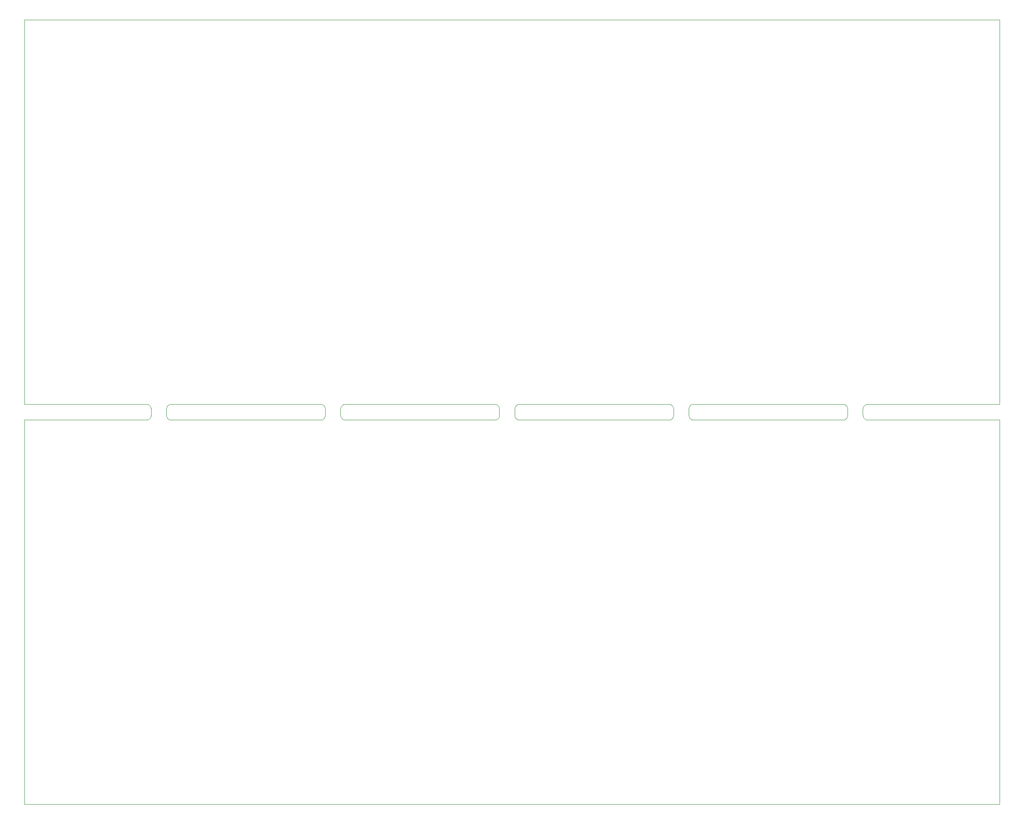
<source format=gko>
%MOIN*%
%OFA0B0*%
%FSLAX44Y44*%
%IPPOS*%
%LPD*%
%ADD10C,0*%
D10*
X00023410Y00030471D02*
X00023410Y00030471D01*
X00011628Y00030471D01*
X00011597Y00030472D01*
X00011566Y00030476D01*
X00011536Y00030482D01*
X00011506Y00030490D01*
X00011477Y00030501D01*
X00011449Y00030514D01*
X00011422Y00030529D01*
X00011396Y00030546D01*
X00011372Y00030566D01*
X00011349Y00030587D01*
X00011329Y00030609D01*
X00011309Y00030634D01*
X00011292Y00030659D01*
X00011277Y00030686D01*
X00011264Y00030714D01*
X00011253Y00030744D01*
X00011245Y00030773D01*
X00011239Y00030804D01*
X00011236Y00030834D01*
X00011234Y00030865D01*
X00011235Y00031338D01*
X00011236Y00031369D01*
X00011240Y00031400D01*
X00011246Y00031430D01*
X00011254Y00031460D01*
X00011265Y00031489D01*
X00011278Y00031517D01*
X00011293Y00031544D01*
X00011310Y00031570D01*
X00011329Y00031594D01*
X00011350Y00031617D01*
X00011373Y00031638D01*
X00011397Y00031657D01*
X00011423Y00031674D01*
X00011450Y00031689D01*
X00011478Y00031702D01*
X00011507Y00031713D01*
X00011537Y00031721D01*
X00011567Y00031727D01*
X00011598Y00031731D01*
X00011629Y00031732D01*
X00023410Y00031732D01*
X00023441Y00031731D01*
X00023471Y00031727D01*
X00023502Y00031721D01*
X00023531Y00031713D01*
X00023560Y00031702D01*
X00023588Y00031689D01*
X00023615Y00031674D01*
X00023641Y00031657D01*
X00023665Y00031638D01*
X00023688Y00031617D01*
X00023709Y00031594D01*
X00023728Y00031570D01*
X00023745Y00031544D01*
X00023761Y00031517D01*
X00023773Y00031489D01*
X00023784Y00031460D01*
X00023793Y00031430D01*
X00023799Y00031400D01*
X00023802Y00031369D01*
X00023804Y00031338D01*
X00023804Y00030865D01*
X00023803Y00030834D01*
X00023799Y00030804D01*
X00023793Y00030773D01*
X00023785Y00030744D01*
X00023774Y00030714D01*
X00023761Y00030686D01*
X00023746Y00030659D01*
X00023729Y00030634D01*
X00023710Y00030609D01*
X00023689Y00030587D01*
X00023666Y00030566D01*
X00023642Y00030546D01*
X00023616Y00030529D01*
X00023589Y00030514D01*
X00023561Y00030501D01*
X00023532Y00030490D01*
X00023502Y00030482D01*
X00023472Y00030476D01*
X00023441Y00030472D01*
X00023410Y00030471D01*
X00052967Y00030471D02*
X00052967Y00030471D01*
X00052936Y00030472D01*
X00052905Y00030476D01*
X00052875Y00030482D01*
X00052845Y00030490D01*
X00052816Y00030501D01*
X00052788Y00030514D01*
X00052761Y00030529D01*
X00052735Y00030546D01*
X00052711Y00030566D01*
X00052688Y00030587D01*
X00052667Y00030609D01*
X00052648Y00030634D01*
X00052631Y00030659D01*
X00052616Y00030686D01*
X00052603Y00030714D01*
X00052592Y00030744D01*
X00052584Y00030773D01*
X00052578Y00030804D01*
X00052574Y00030834D01*
X00052573Y00030865D01*
X00052573Y00031338D01*
X00052575Y00031369D01*
X00052578Y00031400D01*
X00052584Y00031430D01*
X00052593Y00031460D01*
X00052603Y00031489D01*
X00052616Y00031517D01*
X00052632Y00031544D01*
X00052649Y00031570D01*
X00052668Y00031594D01*
X00052689Y00031617D01*
X00052712Y00031638D01*
X00052736Y00031657D01*
X00052762Y00031674D01*
X00052788Y00031689D01*
X00052817Y00031702D01*
X00052846Y00031713D01*
X00052875Y00031721D01*
X00052906Y00031727D01*
X00052936Y00031731D01*
X00052967Y00031732D01*
X00064748Y00031732D01*
X00064779Y00031731D01*
X00064810Y00031727D01*
X00064840Y00031721D01*
X00064870Y00031713D01*
X00064899Y00031702D01*
X00064927Y00031689D01*
X00064954Y00031674D01*
X00064980Y00031657D01*
X00065004Y00031638D01*
X00065027Y00031617D01*
X00065048Y00031594D01*
X00065067Y00031570D01*
X00065084Y00031544D01*
X00065099Y00031517D01*
X00065112Y00031489D01*
X00065123Y00031460D01*
X00065131Y00031430D01*
X00065137Y00031400D01*
X00065141Y00031369D01*
X00065142Y00031338D01*
X00065143Y00030865D01*
X00065141Y00030834D01*
X00065138Y00030804D01*
X00065132Y00030773D01*
X00065123Y00030744D01*
X00065113Y00030714D01*
X00065100Y00030686D01*
X00065085Y00030659D01*
X00065068Y00030634D01*
X00065048Y00030609D01*
X00065027Y00030587D01*
X00065005Y00030566D01*
X00064980Y00030546D01*
X00064955Y00030529D01*
X00064928Y00030514D01*
X00064900Y00030501D01*
X00064871Y00030490D01*
X00064841Y00030482D01*
X00064811Y00030476D01*
X00064780Y00030472D01*
X00064749Y00030471D01*
X00052967Y00030471D01*
X00039187Y00030471D02*
X00039187Y00030471D01*
X00039156Y00030472D01*
X00039125Y00030476D01*
X00039095Y00030482D01*
X00039065Y00030490D01*
X00039036Y00030501D01*
X00039008Y00030514D01*
X00038981Y00030529D01*
X00038956Y00030546D01*
X00038931Y00030566D01*
X00038909Y00030587D01*
X00038888Y00030609D01*
X00038868Y00030634D01*
X00038851Y00030659D01*
X00038836Y00030686D01*
X00038823Y00030714D01*
X00038813Y00030744D01*
X00038804Y00030773D01*
X00038798Y00030804D01*
X00038795Y00030834D01*
X00038793Y00030865D01*
X00038794Y00031338D01*
X00038795Y00031369D01*
X00038799Y00031400D01*
X00038805Y00031430D01*
X00038813Y00031460D01*
X00038824Y00031489D01*
X00038837Y00031517D01*
X00038852Y00031544D01*
X00038869Y00031570D01*
X00038888Y00031594D01*
X00038909Y00031617D01*
X00038932Y00031638D01*
X00038956Y00031657D01*
X00038982Y00031674D01*
X00039009Y00031689D01*
X00039037Y00031702D01*
X00039066Y00031713D01*
X00039096Y00031721D01*
X00039126Y00031727D01*
X00039157Y00031731D01*
X00039188Y00031732D01*
X00050969Y00031732D01*
X00051000Y00031731D01*
X00051030Y00031727D01*
X00051061Y00031721D01*
X00051090Y00031713D01*
X00051119Y00031702D01*
X00051148Y00031689D01*
X00051174Y00031674D01*
X00051200Y00031657D01*
X00051224Y00031638D01*
X00051247Y00031617D01*
X00051268Y00031594D01*
X00051287Y00031570D01*
X00051304Y00031544D01*
X00051320Y00031517D01*
X00051333Y00031489D01*
X00051343Y00031460D01*
X00051352Y00031430D01*
X00051358Y00031400D01*
X00051361Y00031369D01*
X00051363Y00031338D01*
X00051363Y00030865D01*
X00051362Y00030834D01*
X00051358Y00030804D01*
X00051352Y00030773D01*
X00051344Y00030744D01*
X00051333Y00030714D01*
X00051320Y00030686D01*
X00051305Y00030659D01*
X00051288Y00030634D01*
X00051269Y00030609D01*
X00051248Y00030587D01*
X00051225Y00030566D01*
X00051201Y00030546D01*
X00051175Y00030529D01*
X00051148Y00030514D01*
X00051120Y00030501D01*
X00051091Y00030490D01*
X00051061Y00030482D01*
X00051031Y00030476D01*
X00051000Y00030472D01*
X00050969Y00030471D01*
X00039187Y00030471D01*
X00025408Y00030471D02*
X00025408Y00030471D01*
X00025377Y00030472D01*
X00025346Y00030476D01*
X00025316Y00030482D01*
X00025286Y00030490D01*
X00025257Y00030501D01*
X00025229Y00030514D01*
X00025202Y00030529D01*
X00025176Y00030546D01*
X00025152Y00030566D01*
X00025129Y00030587D01*
X00025108Y00030609D01*
X00025089Y00030634D01*
X00025072Y00030659D01*
X00025057Y00030686D01*
X00025044Y00030714D01*
X00025033Y00030744D01*
X00025025Y00030773D01*
X00025019Y00030804D01*
X00025015Y00030834D01*
X00025014Y00030865D01*
X00025014Y00031338D01*
X00025016Y00031369D01*
X00025019Y00031400D01*
X00025025Y00031430D01*
X00025034Y00031460D01*
X00025044Y00031489D01*
X00025057Y00031517D01*
X00025073Y00031544D01*
X00025090Y00031570D01*
X00025109Y00031594D01*
X00025130Y00031617D01*
X00025153Y00031638D01*
X00025177Y00031657D01*
X00025202Y00031674D01*
X00025229Y00031689D01*
X00025257Y00031702D01*
X00025286Y00031713D01*
X00025316Y00031721D01*
X00025347Y00031727D01*
X00025377Y00031731D01*
X00025408Y00031732D01*
X00037189Y00031732D01*
X00037220Y00031731D01*
X00037251Y00031727D01*
X00037281Y00031721D01*
X00037311Y00031713D01*
X00037340Y00031702D01*
X00037368Y00031689D01*
X00037395Y00031674D01*
X00037421Y00031657D01*
X00037445Y00031638D01*
X00037468Y00031617D01*
X00037489Y00031594D01*
X00037508Y00031570D01*
X00037525Y00031544D01*
X00037540Y00031517D01*
X00037553Y00031489D01*
X00037564Y00031460D01*
X00037572Y00031430D01*
X00037578Y00031400D01*
X00037582Y00031369D01*
X00037583Y00031338D01*
X00037584Y00030865D01*
X00037582Y00030834D01*
X00037579Y00030804D01*
X00037573Y00030773D01*
X00037564Y00030744D01*
X00037554Y00030714D01*
X00037541Y00030686D01*
X00037526Y00030659D01*
X00037509Y00030634D01*
X00037489Y00030609D01*
X00037468Y00030587D01*
X00037446Y00030566D01*
X00037421Y00030546D01*
X00037396Y00030529D01*
X00037369Y00030514D01*
X00037341Y00030501D01*
X00037312Y00030490D01*
X00037282Y00030482D01*
X00037252Y00030476D01*
X00037221Y00030472D01*
X00037190Y00030471D01*
X00025408Y00030471D01*
X00009630Y00031732D02*
X00009630Y00031732D01*
X00009661Y00031731D01*
X00009692Y00031727D01*
X00009722Y00031721D01*
X00009752Y00031713D01*
X00009781Y00031702D01*
X00009809Y00031689D01*
X00009836Y00031674D01*
X00009862Y00031657D01*
X00009886Y00031638D01*
X00009909Y00031617D01*
X00009930Y00031594D01*
X00009949Y00031570D01*
X00009966Y00031544D01*
X00009981Y00031517D01*
X00009994Y00031489D01*
X00010005Y00031460D01*
X00010013Y00031430D01*
X00010019Y00031400D01*
X00010023Y00031369D01*
X00010024Y00031338D01*
X00010025Y00030865D01*
X00010023Y00030834D01*
X00010020Y00030804D01*
X00010014Y00030773D01*
X00010005Y00030744D01*
X00009995Y00030714D01*
X00009982Y00030686D01*
X00009967Y00030659D01*
X00009949Y00030634D01*
X00009930Y00030609D01*
X00009909Y00030587D01*
X00009887Y00030566D01*
X00009862Y00030546D01*
X00009837Y00030529D01*
X00009810Y00030514D01*
X00009782Y00030501D01*
X00009753Y00030490D01*
X00009723Y00030482D01*
X00009692Y00030476D01*
X00009662Y00030472D01*
X00009631Y00030471D01*
X00000000Y00030471D01*
X00000000Y00000039D01*
X00077165Y00000039D01*
X00077165Y00030471D01*
X00066746Y00030471D01*
X00066715Y00030472D01*
X00066685Y00030476D01*
X00066654Y00030482D01*
X00066624Y00030490D01*
X00066595Y00030501D01*
X00066567Y00030514D01*
X00066540Y00030529D01*
X00066515Y00030546D01*
X00066490Y00030566D01*
X00066468Y00030587D01*
X00066447Y00030609D01*
X00066427Y00030634D01*
X00066410Y00030659D01*
X00066395Y00030686D01*
X00066382Y00030714D01*
X00066372Y00030744D01*
X00066363Y00030773D01*
X00066357Y00030804D01*
X00066354Y00030834D01*
X00066352Y00030865D01*
X00066353Y00031338D01*
X00066354Y00031369D01*
X00066358Y00031400D01*
X00066364Y00031430D01*
X00066372Y00031460D01*
X00066383Y00031489D01*
X00066396Y00031517D01*
X00066411Y00031544D01*
X00066428Y00031570D01*
X00066447Y00031594D01*
X00066468Y00031617D01*
X00066491Y00031638D01*
X00066515Y00031657D01*
X00066541Y00031674D01*
X00066568Y00031689D01*
X00066596Y00031702D01*
X00066625Y00031713D01*
X00066655Y00031721D01*
X00066685Y00031727D01*
X00066716Y00031731D01*
X00066747Y00031732D01*
X00077165Y00031732D01*
X00077165Y00062164D01*
X00000000Y00062164D01*
X00000000Y00031732D01*
X00009630Y00031732D01*
M02*
</source>
